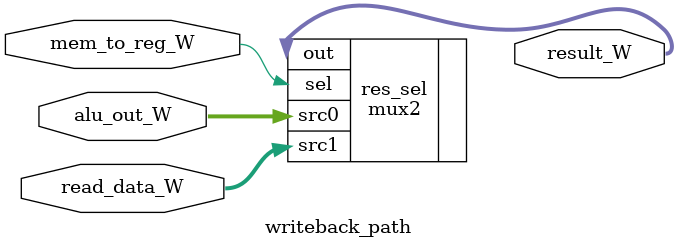
<source format=sv>
module writeback_path (
    input   logic[31:0] alu_out_W, read_data_W,
    input   logic       mem_to_reg_W,
    output  logic[31:0] result_W
);
    mux2    #(.N(32))   res_sel(.sel(mem_to_reg_W), .src0(alu_out_W), .src1(read_data_W), .out(result_W));
endmodule
</source>
